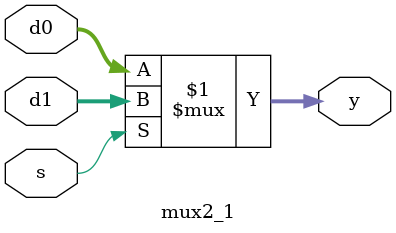
<source format=sv>
module mux2_1 (
input logic [31:0] d0,
input logic [31:0] d1,
input logic s,
output logic [31:0] y
);
assign y = s ? d1 : d0;
endmodule

</source>
